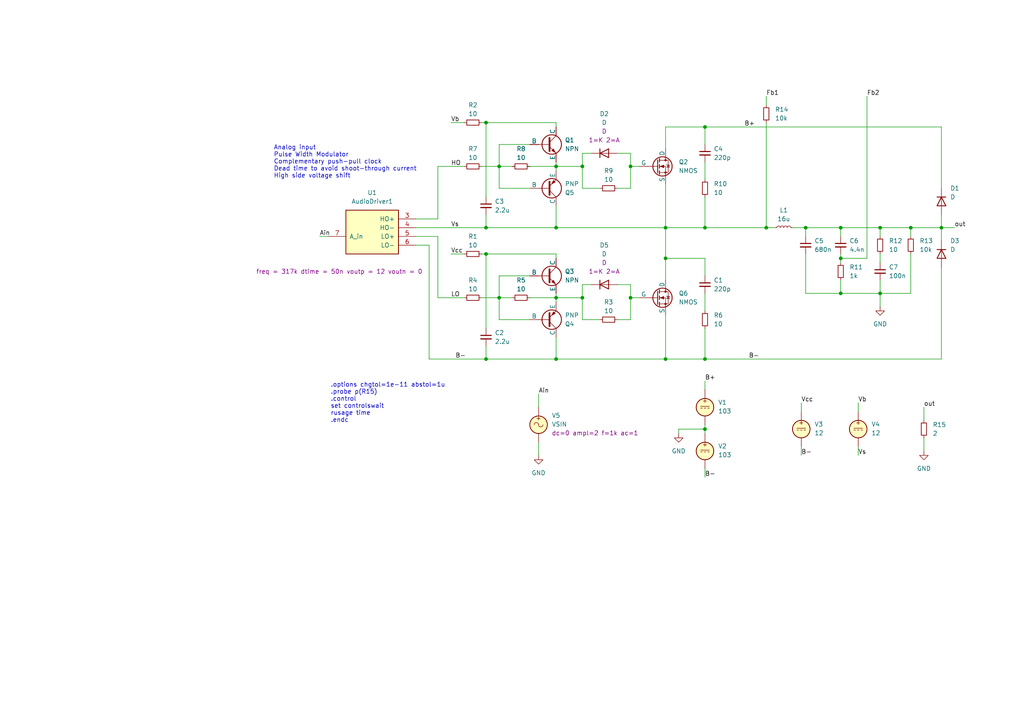
<source format=kicad_sch>
(kicad_sch (version 20231120) (generator "eeschema") (generator_version "8.0")
  (paper "A4")
  (title_block (title "2.5 kW Class-D Audio amplifier") (company "Holger Vogt") (comment 2 "REF_IRS2461S_5KW-UserManual-v01_00-EN.pdf") (comment 3 "https://www.infineon.com/dgdl/Infineon-Class_D_audio_reference_board_") (comment 4 "Circuit idea:"))
  (lib_symbols
    (symbol "AudioDriver:AudioDriver1" (pin_names (offset 1.016))
      (property "Reference" "U" (at -7.62 8.89 0))
      (property "Value" "AudioDriver1" (at -7.62 -8.89 0))
      (symbol "AudioDriver1_1_0"
        (pin output line (at 12.7 2.54 180) (length 5.08) (name "HO+") (number "3"))
        (pin output line (at 12.7 0 180) (length 5.08) (name "HO-") (number "4"))
        (pin output line (at 12.7 -2.54 180) (length 5.08) (name "LO+") (number "5"))
        (pin output line (at 12.7 -5.08 180) (length 5.08) (name "LO-") (number "6"))
        (pin input line (at -12.7 -2.54 0) (length 5.08) (name "A_in") (number "7"))
      )
      (symbol "AudioDriver1_1_1"
        (rectangle (start -7.62 5.08) (end 7.62 -7.62) (stroke (width 0.254)) (fill (type background)))
      )
    )
    (symbol "Device:C_Small" (pin_numbers hide) (pin_names (offset 0.254) hide)
      (property "Reference" "C" (at 0.254 1.778 0))
      (property "Value" "C_Small" (at 0.254 -2.032 0))
      (symbol "C_Small_0_1"
        (polyline (pts (xy -1.524 -0.508) (xy 1.524 -0.508)) (stroke (width 0.3302)))
        (polyline (pts (xy -1.524 0.508) (xy 1.524 0.508)) (stroke (width 0.3048)))
      )
      (symbol "C_Small_1_1"
        (pin passive line (at 0 2.54 270) (length 2.032) (name "~") (number "1"))
        (pin passive line (at 0 -2.54 90) (length 2.032) (name "~") (number "2"))
      )
    )
    (symbol "Device:L_Small" (pin_numbers hide) (pin_names (offset 0.254) hide)
      (property "Reference" "L" (at 0.762 1.016 0))
      (property "Value" "L_Small" (at 0.762 -1.016 0))
      (symbol "L_Small_0_1"
        (arc (start 0 -2.032) (mid 0.5058 -1.524) (end 0 -1.016))
        (arc (start 0 -1.016) (mid 0.5058 -0.508) (end 0 0))
        (arc (start 0 0) (mid 0.5058 0.508) (end 0 1.016))
        (arc (start 0 1.016) (mid 0.5058 1.524) (end 0 2.032))
      )
      (symbol "L_Small_1_1"
        (pin passive line (at 0 2.54 270) (length 0.508) (name "~") (number "1"))
        (pin passive line (at 0 -2.54 90) (length 0.508) (name "~") (number "2"))
      )
    )
    (symbol "Device:R_Small" (pin_numbers hide) (pin_names (offset 0.254) hide)
      (property "Reference" "R" (at 0.762 0.508 0))
      (property "Value" "R_Small" (at 0.762 -1.016 0))
      (symbol "R_Small_0_1"
        (rectangle (start -0.762 1.778) (end 0.762 -1.778) (stroke (width 0.2032)))
      )
      (symbol "R_Small_1_1"
        (pin passive line (at 0 2.54 270) (length 0.762) (name "~") (number "1"))
        (pin passive line (at 0 -2.54 90) (length 0.762) (name "~") (number "2"))
      )
    )
    (symbol "Simulation_SPICE:D" (pin_numbers hide) (pin_names (offset 1.016) hide)
      (property "Reference" "D" (at 0 2.54 0))
      (property "Value" "D" (at 0 -2.54 0))
      (property "Sim.Device" "D" (at 0 0 0))
      (property "Sim.Pins" "1=K 2=A" (at 0 0 0))
      (symbol "D_0_1"
        (polyline (pts (xy -1.27 1.27) (xy -1.27 -1.27)) (stroke (width 0.254)))
        (polyline (pts (xy 1.27 0) (xy -1.27 0)))
        (polyline (pts (xy 1.27 1.27) (xy 1.27 -1.27) (xy -1.27 0) (xy 1.27 1.27)) (stroke (width 0.254)))
      )
      (symbol "D_1_1"
        (pin passive line (at -3.81 0 0) (length 2.54) (name "K") (number "1"))
        (pin passive line (at 3.81 0 180) (length 2.54) (name "A") (number "2"))
      )
    )
    (symbol "Simulation_SPICE:NMOS" (pin_numbers hide) (pin_names (offset 0))
      (property "Reference" "Q" (at 5.08 1.27 0))
      (property "Value" "NMOS" (at 5.08 -1.27 0))
      (symbol "NMOS_0_1"
        (polyline (pts (xy 0.254 0) (xy -2.54 0)))
        (polyline (pts (xy 0.254 1.905) (xy 0.254 -1.905)) (stroke (width 0.254)))
        (polyline (pts (xy 0.762 -1.27) (xy 0.762 -2.286)) (stroke (width 0.254)))
        (polyline (pts (xy 0.762 0.508) (xy 0.762 -0.508)) (stroke (width 0.254)))
        (polyline (pts (xy 0.762 2.286) (xy 0.762 1.27)) (stroke (width 0.254)))
        (polyline (pts (xy 2.54 2.54) (xy 2.54 1.778)))
        (polyline (pts (xy 2.54 -2.54) (xy 2.54 0) (xy 0.762 0)))
        (polyline (pts (xy 0.762 -1.778) (xy 3.302 -1.778) (xy 3.302 1.778) (xy 0.762 1.778)))
        (polyline (pts (xy 1.016 0) (xy 2.032 0.381) (xy 2.032 -0.381) (xy 1.016 0)) (fill (type outline)))
        (polyline (pts (xy 2.794 0.508) (xy 2.921 0.381) (xy 3.683 0.381) (xy 3.81 0.254)))
        (polyline (pts (xy 3.302 0.381) (xy 2.921 -0.254) (xy 3.683 -0.254) (xy 3.302 0.381)))
        (circle (center 1.651 0) (radius 2.794) (stroke (width 0.254)))
        (circle (center 2.54 -1.778) (radius 0.254) (fill (type outline)))
        (circle (center 2.54 1.778) (radius 0.254) (fill (type outline)))
      )
      (symbol "NMOS_1_1"
        (pin passive line (at 2.54 5.08 270) (length 2.54) (name "D") (number "1"))
        (pin input line (at -5.08 0 0) (length 2.54) (name "G") (number "2"))
        (pin passive line (at 2.54 -5.08 90) (length 2.54) (name "S") (number "3"))
      )
    )
    (symbol "Simulation_SPICE:NPN" (pin_numbers hide) (pin_names (offset 0))
      (property "Reference" "Q" (at -2.54 7.62 0))
      (property "Value" "NPN" (at -2.54 5.08 0))
      (symbol "NPN_0_1"
        (polyline (pts (xy -2.54 0) (xy 0.635 0)) (stroke (width 0.1524)))
        (polyline (pts (xy 0.635 0.635) (xy 2.54 2.54)))
        (polyline (pts (xy 2.794 -1.27) (xy 2.794 -1.27)) (stroke (width 0.1524)))
        (polyline (pts (xy 2.794 -1.27) (xy 2.794 -1.27)) (stroke (width 0.1524)))
        (polyline (pts (xy 0.635 -0.635) (xy 2.54 -2.54) (xy 2.54 -2.54)))
        (polyline (pts (xy 0.635 1.905) (xy 0.635 -1.905) (xy 0.635 -1.905)) (stroke (width 0.508)))
        (polyline (pts (xy 1.27 -1.778) (xy 1.778 -1.27) (xy 2.286 -2.286) (xy 1.27 -1.778) (xy 1.27 -1.778)) (fill (type outline)))
        (circle (center 1.27 0) (radius 2.8194) (stroke (width 0.254)))
      )
      (symbol "NPN_1_1"
        (pin open_collector line (at 2.54 5.08 270) (length 2.54) (name "C") (number "1"))
        (pin input line (at -5.08 0 0) (length 2.54) (name "B") (number "2"))
        (pin open_emitter line (at 2.54 -5.08 90) (length 2.54) (name "E") (number "3"))
      )
    )
    (symbol "Simulation_SPICE:PNP" (pin_numbers hide) (pin_names (offset 0))
      (property "Reference" "Q" (at -2.54 7.62 0))
      (property "Value" "PNP" (at -2.54 5.08 0))
      (symbol "PNP_0_1"
        (polyline (pts (xy -2.54 0) (xy 0.635 0)) (stroke (width 0.1524)))
        (polyline (pts (xy 0.635 0.635) (xy 2.54 2.54)))
        (polyline (pts (xy 0.635 -0.635) (xy 2.54 -2.54) (xy 2.54 -2.54)))
        (polyline (pts (xy 0.635 1.905) (xy 0.635 -1.905) (xy 0.635 -1.905)) (stroke (width 0.508)))
        (polyline (pts (xy 2.286 -1.778) (xy 1.778 -2.286) (xy 1.27 -1.27) (xy 2.286 -1.778) (xy 2.286 -1.778)) (fill (type outline)))
        (circle (center 1.27 0) (radius 2.8194) (stroke (width 0.254)))
      )
      (symbol "PNP_1_1"
        (pin open_collector line (at 2.54 5.08 270) (length 2.54) (name "C") (number "1"))
        (pin input line (at -5.08 0 0) (length 2.54) (name "B") (number "2"))
        (pin open_emitter line (at 2.54 -5.08 90) (length 2.54) (name "E") (number "3"))
      )
    )
    (symbol "Simulation_SPICE:VDC" (pin_numbers hide) (pin_names (offset 0.0254))
      (property "Reference" "V" (at 2.54 2.54 0))
      (property "Value" "1" (at 2.54 0 0))
      (symbol "VDC_0_0"
        (polyline (pts (xy -1.27 0.254) (xy 1.27 0.254)))
        (polyline (pts (xy -0.762 -0.254) (xy -1.27 -0.254)))
        (polyline (pts (xy 0.254 -0.254) (xy -0.254 -0.254)))
        (polyline (pts (xy 1.27 -0.254) (xy 0.762 -0.254)))
        (text "+" (at 0 1.905 0) (effects (font (size 1.27 1.27))))
      )
      (symbol "VDC_0_1"
        (circle (center 0 0) (radius 2.54) (stroke (width 0.254)) (fill (type background)))
      )
      (symbol "VDC_1_1"
        (pin passive line (at 0 5.08 270) (length 2.54) (name "~") (number "1"))
        (pin passive line (at 0 -5.08 90) (length 2.54) (name "~") (number "2"))
      )
    )
    (symbol "Simulation_SPICE:VSIN" (pin_numbers hide) (pin_names (offset 0.0254))
      (property "Reference" "V" (at 2.54 2.54 0))
      (property "Value" "VSIN" (at 2.54 0 0))
      (property "Sim.Params" "dc=0 ampl=1 f=1k ac=1" (at 2.54 -2.54 0))
      (symbol "VSIN_0_0"
        (arc (start 0 0) (mid -0.635 0.6323) (end -1.27 0))
        (arc (start 0 0) (mid 0.635 -0.6323) (end 1.27 0))
        (text "+" (at 0 1.905 0) (effects (font (size 1.27 1.27))))
      )
      (symbol "VSIN_0_1"
        (circle (center 0 0) (radius 2.54) (stroke (width 0.254)) (fill (type background)))
      )
      (symbol "VSIN_1_1"
        (pin passive line (at 0 5.08 270) (length 2.54) (name "~") (number "1"))
        (pin passive line (at 0 -5.08 90) (length 2.54) (name "~") (number "2"))
      )
    )
    (symbol "power:GND" (power) (pin_names (offset 0))
      (property "Value" "GND" (at 0 -3.81 0))
      (symbol "GND_0_1"
        (polyline (pts (xy 0 0) (xy 0 -1.27) (xy 1.27 -1.27) (xy 0 -2.54) (xy -1.27 -1.27) (xy 0 -1.27)))
      )
      (symbol "GND_1_1"
        (pin power_in line (at 0 0 270) (length 0) hide (name "GND") (number "1"))
      )
    )
  )
  (junction (at 182.88 86.36))
  (junction (at 140.97 66.04))
  (junction (at 168.91 86.36))
  (junction (at 161.29 86.36))
  (junction (at 193.04 66.04))
  (junction (at 193.04 74.93))
  (junction (at 144.78 48.26))
  (junction (at 204.47 66.04))
  (junction (at 193.04 104.14))
  (junction (at 243.84 85.09))
  (junction (at 144.78 86.36))
  (junction (at 161.29 104.14))
  (junction (at 182.88 48.26))
  (junction (at 243.84 66.04))
  (junction (at 204.47 124.46))
  (junction (at 161.29 48.26))
  (junction (at 204.47 104.14))
  (junction (at 255.27 66.04))
  (junction (at 273.05 66.04))
  (junction (at 168.91 48.26))
  (junction (at 255.27 85.09))
  (junction (at 140.97 104.14))
  (junction (at 140.97 73.66))
  (junction (at 264.16 66.04))
  (junction (at 233.68 66.04))
  (junction (at 222.25 66.04))
  (junction (at 204.47 36.83))
  (junction (at 140.97 35.56))
  (junction (at 243.84 74.93))
  (junction (at 161.29 66.04))
  (wire (pts (xy 144.78 41.91) (xy 144.78 48.26)))
  (wire (pts (xy 204.47 66.04) (xy 222.25 66.04)))
  (wire (pts (xy 193.04 66.04) (xy 161.29 66.04)))
  (wire (pts (xy 120.65 66.04) (xy 140.97 66.04)))
  (wire (pts (xy 179.07 92.71) (xy 182.88 92.71)))
  (wire (pts (xy 222.25 27.94) (xy 222.25 30.48)))
  (wire (pts (xy 196.85 125.73) (xy 196.85 124.46)))
  (wire (pts (xy 161.29 35.56) (xy 161.29 36.83)))
  (wire (pts (xy 233.68 66.04) (xy 233.68 68.58)))
  (wire (pts (xy 273.05 66.04) (xy 273.05 69.85)))
  (wire (pts (xy 264.16 85.09) (xy 255.27 85.09)))
  (wire (pts (xy 204.47 110.49) (xy 204.47 113.03)))
  (wire (pts (xy 144.78 86.36) (xy 144.78 92.71)))
  (wire (pts (xy 140.97 62.23) (xy 140.97 66.04)))
  (wire (pts (xy 182.88 86.36) (xy 185.42 86.36)))
  (wire (pts (xy 193.04 104.14) (xy 204.47 104.14)))
  (wire (pts (xy 193.04 53.34) (xy 193.04 66.04)))
  (wire (pts (xy 161.29 73.66) (xy 161.29 74.93)))
  (wire (pts (xy 182.88 44.45) (xy 179.07 44.45)))
  (wire (pts (xy 204.47 66.04) (xy 193.04 66.04)))
  (wire (pts (xy 193.04 43.18) (xy 193.04 36.83)))
  (wire (pts (xy 204.47 46.99) (xy 204.47 52.07)))
  (wire (pts (xy 127 86.36) (xy 134.62 86.36)))
  (wire (pts (xy 243.84 66.04) (xy 243.84 68.58)))
  (wire (pts (xy 222.25 35.56) (xy 222.25 66.04)))
  (wire (pts (xy 168.91 86.36) (xy 168.91 82.55)))
  (wire (pts (xy 232.41 116.84) (xy 232.41 119.38)))
  (wire (pts (xy 255.27 73.66) (xy 255.27 76.2)))
  (wire (pts (xy 204.47 36.83) (xy 204.47 41.91)))
  (wire (pts (xy 204.47 85.09) (xy 204.47 90.17)))
  (wire (pts (xy 193.04 36.83) (xy 204.47 36.83)))
  (wire (pts (xy 182.88 48.26) (xy 182.88 44.45)))
  (wire (pts (xy 144.78 48.26) (xy 144.78 54.61)))
  (wire (pts (xy 168.91 54.61) (xy 173.99 54.61)))
  (wire (pts (xy 264.16 66.04) (xy 264.16 68.58)))
  (wire (pts (xy 168.91 48.26) (xy 168.91 54.61)))
  (wire (pts (xy 161.29 48.26) (xy 168.91 48.26)))
  (wire (pts (xy 139.7 48.26) (xy 144.78 48.26)))
  (wire (pts (xy 182.88 92.71) (xy 182.88 86.36)))
  (wire (pts (xy 204.47 104.14) (xy 273.05 104.14)))
  (wire (pts (xy 161.29 86.36) (xy 168.91 86.36)))
  (wire (pts (xy 267.97 127) (xy 267.97 130.81)))
  (wire (pts (xy 193.04 74.93) (xy 204.47 74.93)))
  (wire (pts (xy 243.84 73.66) (xy 243.84 74.93)))
  (wire (pts (xy 140.97 35.56) (xy 140.97 57.15)))
  (wire (pts (xy 168.91 48.26) (xy 168.91 44.45)))
  (wire (pts (xy 144.78 48.26) (xy 148.59 48.26)))
  (wire (pts (xy 204.47 95.25) (xy 204.47 104.14)))
  (wire (pts (xy 248.92 116.84) (xy 248.92 119.38)))
  (wire (pts (xy 144.78 80.01) (xy 144.78 86.36)))
  (wire (pts (xy 140.97 100.33) (xy 140.97 104.14)))
  (wire (pts (xy 255.27 81.28) (xy 255.27 85.09)))
  (wire (pts (xy 140.97 104.14) (xy 161.29 104.14)))
  (wire (pts (xy 182.88 86.36) (xy 182.88 82.55)))
  (wire (pts (xy 168.91 86.36) (xy 168.91 92.71)))
  (wire (pts (xy 255.27 85.09) (xy 243.84 85.09)))
  (wire (pts (xy 233.68 66.04) (xy 243.84 66.04)))
  (wire (pts (xy 161.29 86.36) (xy 161.29 87.63)))
  (wire (pts (xy 144.78 86.36) (xy 148.59 86.36)))
  (wire (pts (xy 161.29 59.69) (xy 161.29 66.04)))
  (wire (pts (xy 204.47 57.15) (xy 204.47 66.04)))
  (wire (pts (xy 264.16 66.04) (xy 273.05 66.04)))
  (wire (pts (xy 161.29 46.99) (xy 161.29 48.26)))
  (wire (pts (xy 130.81 73.66) (xy 134.62 73.66)))
  (wire (pts (xy 204.47 123.19) (xy 204.47 124.46)))
  (wire (pts (xy 168.91 82.55) (xy 171.45 82.55)))
  (wire (pts (xy 124.46 71.12) (xy 124.46 104.14)))
  (wire (pts (xy 193.04 81.28) (xy 193.04 74.93)))
  (wire (pts (xy 153.67 48.26) (xy 161.29 48.26)))
  (wire (pts (xy 120.65 68.58) (xy 127 68.58)))
  (wire (pts (xy 168.91 92.71) (xy 173.99 92.71)))
  (wire (pts (xy 193.04 91.44) (xy 193.04 104.14)))
  (wire (pts (xy 161.29 48.26) (xy 161.29 49.53)))
  (wire (pts (xy 127 63.5) (xy 127 48.26)))
  (wire (pts (xy 243.84 85.09) (xy 243.84 81.28)))
  (wire (pts (xy 273.05 77.47) (xy 273.05 104.14)))
  (wire (pts (xy 140.97 66.04) (xy 161.29 66.04)))
  (wire (pts (xy 193.04 66.04) (xy 193.04 74.93)))
  (wire (pts (xy 153.67 80.01) (xy 144.78 80.01)))
  (wire (pts (xy 232.41 129.54) (xy 232.41 132.08)))
  (wire (pts (xy 233.68 73.66) (xy 233.68 85.09)))
  (wire (pts (xy 255.27 85.09) (xy 255.27 88.9)))
  (wire (pts (xy 229.87 66.04) (xy 233.68 66.04)))
  (wire (pts (xy 255.27 66.04) (xy 255.27 68.58)))
  (wire (pts (xy 130.81 35.56) (xy 134.62 35.56)))
  (wire (pts (xy 196.85 124.46) (xy 204.47 124.46)))
  (wire (pts (xy 153.67 86.36) (xy 161.29 86.36)))
  (wire (pts (xy 153.67 41.91) (xy 144.78 41.91)))
  (wire (pts (xy 139.7 86.36) (xy 144.78 86.36)))
  (wire (pts (xy 193.04 104.14) (xy 161.29 104.14)))
  (wire (pts (xy 161.29 97.79) (xy 161.29 104.14)))
  (wire (pts (xy 120.65 63.5) (xy 127 63.5)))
  (wire (pts (xy 182.88 48.26) (xy 185.42 48.26)))
  (wire (pts (xy 204.47 135.89) (xy 204.47 138.43)))
  (wire (pts (xy 233.68 85.09) (xy 243.84 85.09)))
  (wire (pts (xy 243.84 66.04) (xy 255.27 66.04)))
  (wire (pts (xy 243.84 74.93) (xy 243.84 76.2)))
  (wire (pts (xy 161.29 85.09) (xy 161.29 86.36)))
  (wire (pts (xy 273.05 36.83) (xy 273.05 54.61)))
  (wire (pts (xy 243.84 74.93) (xy 251.46 74.93)))
  (wire (pts (xy 168.91 44.45) (xy 171.45 44.45)))
  (wire (pts (xy 204.47 74.93) (xy 204.47 80.01)))
  (wire (pts (xy 140.97 35.56) (xy 161.29 35.56)))
  (wire (pts (xy 139.7 73.66) (xy 140.97 73.66)))
  (wire (pts (xy 124.46 104.14) (xy 140.97 104.14)))
  (wire (pts (xy 127 48.26) (xy 134.62 48.26)))
  (wire (pts (xy 144.78 54.61) (xy 153.67 54.61)))
  (wire (pts (xy 273.05 62.23) (xy 273.05 66.04)))
  (wire (pts (xy 204.47 124.46) (xy 204.47 125.73)))
  (wire (pts (xy 140.97 73.66) (xy 161.29 73.66)))
  (wire (pts (xy 144.78 92.71) (xy 153.67 92.71)))
  (wire (pts (xy 267.97 118.11) (xy 267.97 121.92)))
  (wire (pts (xy 139.7 35.56) (xy 140.97 35.56)))
  (wire (pts (xy 182.88 54.61) (xy 182.88 48.26)))
  (wire (pts (xy 251.46 27.94) (xy 251.46 74.93)))
  (wire (pts (xy 92.71 68.58) (xy 95.25 68.58)))
  (wire (pts (xy 156.21 114.3) (xy 156.21 118.11)))
  (wire (pts (xy 248.92 129.54) (xy 248.92 132.08)))
  (wire (pts (xy 179.07 54.61) (xy 182.88 54.61)))
  (wire (pts (xy 255.27 66.04) (xy 264.16 66.04)))
  (wire (pts (xy 273.05 66.04) (xy 276.86 66.04)))
  (wire (pts (xy 127 68.58) (xy 127 86.36)))
  (wire (pts (xy 140.97 73.66) (xy 140.97 95.25)))
  (wire (pts (xy 264.16 73.66) (xy 264.16 85.09)))
  (wire (pts (xy 222.25 66.04) (xy 224.79 66.04)))
  (wire (pts (xy 204.47 36.83) (xy 273.05 36.83)))
  (wire (pts (xy 156.21 128.27) (xy 156.21 132.08)))
  (wire (pts (xy 120.65 71.12) (xy 124.46 71.12)))
  (wire (pts (xy 182.88 82.55) (xy 179.07 82.55)))
  (text ".options chgtol=1e-11 abstol=1u \n.probe p(R15)\n.control\nset controlswait\nrusage time\n.endc\n" (at 95.885 116.84 0) (effects (font (size 1.27 1.27)) (justify left)))
  (text "Analog input\nPulse Width Modulator\nComplementary push-pull clock\nDead time to avoid shoot-through current\nHigh side voltage shift" (at 79.375 46.99 0) (effects (font (size 1.27 1.27)) (justify left)))
  (label "B-" (at 204.47 138.43 0))
  (label "B+" (at 215.9 36.83 0))
  (label "Vs" (at 248.92 132.08 0))
  (label "out" (at 276.86 66.04 0))
  (label "B+" (at 204.47 110.49 0))
  (label "Ain" (at 156.21 114.3 0))
  (label "Vcc" (at 130.81 73.66 0))
  (label "Vb" (at 248.92 116.84 0))
  (label "Fb1" (at 222.25 27.94 0))
  (label "Vcc" (at 232.41 116.84 0))
  (label "HO" (at 130.81 48.26 0))
  (label "B-" (at 217.17 104.14 0))
  (label "LO" (at 130.81 86.36 0))
  (label "out" (at 267.97 118.11 0))
  (label "Vb" (at 130.81 35.56 0))
  (label "B-" (at 132.08 104.14 0))
  (label "Ain" (at 92.71 68.58 0))
  (label "B-" (at 232.41 132.08 0))
  (label "Fb2" (at 251.46 27.94 0))
  (label "Vs" (at 130.81 66.04 0))
  (symbol (lib_id "Device:R_Small") (at 267.97 124.46 180) (unit 1)
    (property "Reference" "R15" (at 270.51 123.1899 0) (effects (justify right)))
    (property "Value" "2" (at 270.51 125.7299 0) (effects (justify right)))
    (property "Description" "Resistor, small symbol" (effects (hide yes)))
  )
  (symbol (lib_id "Device:C_Small") (at 204.47 44.45 0) (unit 1)
    (property "Reference" "C4" (at 207.01 43.1862 0) (effects (justify left)))
    (property "Value" "220p" (at 207.01 45.7262 0) (effects (justify left)))
    (property "Description" "Unpolarized capacitor, small symbol" (effects (hide yes)))
  )
  (symbol (lib_id "Simulation_SPICE:VDC") (at 232.41 124.46 0) (unit 1)
    (property "Reference" "V3" (at 236.22 123.0601 0) (effects (justify left)))
    (property "Value" "12" (at 236.22 125.6001 0) (effects (justify left)))
    (property "Description" "Voltage source, DC" (effects (hide yes)))
    (property "Sim.Pins" "1=+ 2=-" (effects (hide yes)))
    (property "Sim.Type" "DC" (effects (hide yes)))
    (property "Sim.Device" "V" (effects (hide yes)))
  )
  (symbol (lib_id "Device:R_Small") (at 222.25 33.02 180) (unit 1)
    (property "Reference" "R14" (at 224.79 31.7499 0) (effects (justify right)))
    (property "Value" "10k" (at 224.79 34.2899 0) (effects (justify right)))
    (property "Description" "Resistor, small symbol" (effects (hide yes)))
  )
  (symbol (lib_id "Device:C_Small") (at 140.97 97.79 0) (unit 1)
    (property "Reference" "C2" (at 143.51 96.5262 0) (effects (justify left)))
    (property "Value" "2.2u" (at 143.51 99.0662 0) (effects (justify left)))
    (property "Description" "Unpolarized capacitor, small symbol" (effects (hide yes)))
  )
  (symbol (lib_id "Simulation_SPICE:PNP") (at 158.75 54.61 0) (mirror x) (unit 1)
    (property "Reference" "Q5" (at 163.83 55.8801 0) (effects (justify left)))
    (property "Value" "PNP" (at 163.83 53.3401 0) (effects (justify left)))
    (property "Description" "Bipolar transistor symbol for simulation only, substrate tied to the emitter" (effects (hide yes)))
    (property "Sim.Device" "PNP" (effects (hide yes)))
    (property "Sim.Type" "GUMMELPOON" (effects (hide yes)))
    (property "Sim.Pins" "1=C 2=B 3=E" (effects (hide yes)))
  )
  (symbol (lib_id "Simulation_SPICE:VDC") (at 204.47 130.81 0) (unit 1)
    (property "Reference" "V2" (at 208.28 129.4101 0) (effects (justify left)))
    (property "Value" "103" (at 208.28 131.9501 0) (effects (justify left)))
    (property "Description" "Voltage source, DC" (effects (hide yes)))
    (property "Sim.Pins" "1=+ 2=-" (effects (hide yes)))
    (property "Sim.Type" "DC" (effects (hide yes)))
    (property "Sim.Device" "V" (effects (hide yes)))
  )
  (symbol (lib_id "Device:C_Small") (at 255.27 78.74 0) (unit 1)
    (property "Reference" "C7" (at 257.81 77.4762 0) (effects (justify left)))
    (property "Value" "100n" (at 257.81 80.0162 0) (effects (justify left)))
    (property "Description" "Unpolarized capacitor, small symbol" (effects (hide yes)))
  )
  (symbol (lib_id "Device:C_Small") (at 140.97 59.69 0) (unit 1)
    (property "Reference" "C3" (at 143.51 58.4262 0) (effects (justify left)))
    (property "Value" "2.2u" (at 143.51 60.9662 0) (effects (justify left)))
    (property "Description" "Unpolarized capacitor, small symbol" (effects (hide yes)))
  )
  (symbol (lib_id "Device:R_Small") (at 204.47 92.71 180) (unit 1)
    (property "Reference" "R6" (at 207.01 91.4399 0) (effects (justify right)))
    (property "Value" "10" (at 207.01 93.9799 0) (effects (justify right)))
    (property "Description" "Resistor, small symbol" (effects (hide yes)))
  )
  (symbol (lib_id "Simulation_SPICE:PNP") (at 158.75 92.71 0) (mirror x) (unit 1)
    (property "Reference" "Q4" (at 163.83 93.9801 0) (effects (justify left)))
    (property "Value" "PNP" (at 163.83 91.4401 0) (effects (justify left)))
    (property "Description" "Bipolar transistor symbol for simulation only, substrate tied to the emitter" (effects (hide yes)))
    (property "Sim.Device" "PNP" (effects (hide yes)))
    (property "Sim.Type" "GUMMELPOON" (effects (hide yes)))
    (property "Sim.Pins" "1=C 2=B 3=E" (effects (hide yes)))
  )
  (symbol (lib_id "Simulation_SPICE:VDC") (at 204.47 118.11 0) (unit 1)
    (property "Reference" "V1" (at 208.28 116.7101 0) (effects (justify left)))
    (property "Value" "103" (at 208.28 119.2501 0) (effects (justify left)))
    (property "Description" "Voltage source, DC" (effects (hide yes)))
    (property "Sim.Pins" "1=+ 2=-" (effects (hide yes)))
    (property "Sim.Type" "DC" (effects (hide yes)))
    (property "Sim.Device" "V" (effects (hide yes)))
  )
  (symbol (lib_id "Device:R_Small") (at 264.16 71.12 180) (unit 1)
    (property "Reference" "R13" (at 266.7 69.8499 0) (effects (justify right)))
    (property "Value" "10k" (at 266.7 72.3899 0) (effects (justify right)))
    (property "Description" "Resistor, small symbol" (effects (hide yes)))
  )
  (symbol (lib_id "Simulation_SPICE:D") (at 175.26 44.45 0) (unit 1)
    (property "Reference" "D2" (at 175.26 33.02 0))
    (property "Value" "D" (at 175.26 35.56 0))
    (property "Description" "Diode for simulation or PCB" (effects (hide yes)))
    (property "Sim.Device" "D" (at 175.26 38.1 0))
    (property "Sim.Pins" "1=K 2=A" (at 175.26 40.64 0))
  )
  (symbol (lib_id "Device:R_Small") (at 137.16 48.26 270) (unit 1)
    (property "Reference" "R7" (at 137.16 43.18 90))
    (property "Value" "10" (at 137.16 45.72 90))
    (property "Description" "Resistor, small symbol" (effects (hide yes)))
  )
  (symbol (lib_id "Simulation_SPICE:VSIN") (at 156.21 123.19 0) (unit 1)
    (property "Reference" "V5" (at 160.02 120.5201 0) (effects (justify left)))
    (property "Value" "VSIN" (at 160.02 123.0601 0) (effects (justify left)))
    (property "Description" "Voltage source, sinusoidal" (effects (hide yes)))
    (property "Sim.Pins" "1=+ 2=-" (effects (hide yes)))
    (property "Sim.Params" "dc=0 ampl=2 f=1k ac=1" (at 160.02 125.6001 0) (effects (justify left)))
    (property "Sim.Type" "SIN" (effects (hide yes)))
    (property "Sim.Device" "V" (effects (hide yes)))
  )
  (symbol (lib_id "power:GND") (at 156.21 132.08 0) (unit 1)
    (property "Reference" "#PWR03" (effects (hide yes)))
    (property "Value" "GND" (at 156.21 137.16 0))
    (property "Description" "Power symbol creates a global label with name \"GND\" , ground" (effects (hide yes)))
  )
  (symbol (lib_id "Device:R_Small") (at 151.13 48.26 270) (unit 1)
    (property "Reference" "R8" (at 151.13 43.18 90))
    (property "Value" "10" (at 151.13 45.72 90))
    (property "Description" "Resistor, small symbol" (effects (hide yes)))
  )
  (symbol (lib_id "Device:R_Small") (at 137.16 73.66 270) (unit 1)
    (property "Reference" "R1" (at 137.16 68.58 90))
    (property "Value" "10" (at 137.16 71.12 90))
    (property "Description" "Resistor, small symbol" (effects (hide yes)))
  )
  (symbol (lib_id "Simulation_SPICE:D") (at 175.26 82.55 0) (unit 1)
    (property "Reference" "D5" (at 175.26 71.12 0))
    (property "Value" "D" (at 175.26 73.66 0))
    (property "Description" "Diode for simulation or PCB" (effects (hide yes)))
    (property "Sim.Device" "D" (at 175.26 76.2 0))
    (property "Sim.Pins" "1=K 2=A" (at 175.26 78.74 0))
  )
  (symbol (lib_id "Simulation_SPICE:NMOS") (at 190.5 48.26 0) (unit 1)
    (property "Reference" "Q2" (at 196.85 46.9899 0) (effects (justify left)))
    (property "Value" "NMOS" (at 196.85 49.5299 0) (effects (justify left)))
    (property "Datasheet" "https://ngspice.sourceforge.io/docs/ngspice-manual.pdf" (effects (hide yes)))
    (property "Description" "N-MOSFET transistor, drain/source/gate" (effects (hide yes)))
    (property "Sim.Device" "NMOS" (effects (hide yes)))
    (property "Sim.Type" "VDMOS" (effects (hide yes)))
    (property "Sim.Pins" "1=D 2=G 3=S" (effects (hide yes)))
  )
  (symbol (lib_id "Device:R_Small") (at 176.53 92.71 270) (unit 1)
    (property "Reference" "R3" (at 176.53 87.63 90))
    (property "Value" "10" (at 176.53 90.17 90))
    (property "Description" "Resistor, small symbol" (effects (hide yes)))
  )
  (symbol (lib_id "Device:R_Small") (at 204.47 54.61 180) (unit 1)
    (property "Reference" "R10" (at 207.01 53.3399 0) (effects (justify right)))
    (property "Value" "10" (at 207.01 55.8799 0) (effects (justify right)))
    (property "Description" "Resistor, small symbol" (effects (hide yes)))
  )
  (symbol (lib_id "Device:R_Small") (at 243.84 78.74 180) (unit 1)
    (property "Reference" "R11" (at 246.38 77.4699 0) (effects (justify right)))
    (property "Value" "1k" (at 246.38 80.0099 0) (effects (justify right)))
    (property "Description" "Resistor, small symbol" (effects (hide yes)))
  )
  (symbol (lib_id "Device:C_Small") (at 233.68 71.12 0) (unit 1)
    (property "Reference" "C5" (at 236.22 69.8562 0) (effects (justify left)))
    (property "Value" "680n" (at 236.22 72.3962 0) (effects (justify left)))
    (property "Description" "Unpolarized capacitor, small symbol" (effects (hide yes)))
  )
  (symbol (lib_id "Device:R_Small") (at 151.13 86.36 270) (unit 1)
    (property "Reference" "R5" (at 151.13 81.28 90))
    (property "Value" "10" (at 151.13 83.82 90))
    (property "Description" "Resistor, small symbol" (effects (hide yes)))
  )
  (symbol (lib_id "AudioDriver:AudioDriver1") (at 107.95 66.04 0) (unit 1)
    (property "Reference" "U1" (at 107.95 55.88 0))
    (property "Value" "AudioDriver1" (at 107.95 58.42 0))
    (property "Description" "Class D audio driver" (effects (hide yes)))
    (property "Sim.Library" "DAudioDriver.lib" (effects (hide yes)))
    (property "Sim.Name" "DAudioDriver" (effects (hide yes)))
    (property "Sim.Device" "SUBCKT" (effects (hide yes)))
    (property "Sim.Pins" "3=hi+ 4=hi- 5=lo+ 6=lo- 7=ain" (effects (hide yes)))
    (property "Sim.Params" "freq = 317k dtime = 50n voutp = 12 voutn = 0" (at 98.425 78.74 0))
  )
  (symbol (lib_id "Device:C_Small") (at 243.84 71.12 0) (unit 1)
    (property "Reference" "C6" (at 246.38 69.8562 0) (effects (justify left)))
    (property "Value" "4.4n" (at 246.38 72.3962 0) (effects (justify left)))
    (property "Description" "Unpolarized capacitor, small symbol" (effects (hide yes)))
  )
  (symbol (lib_id "Simulation_SPICE:NPN") (at 158.75 41.91 0) (unit 1)
    (property "Reference" "Q1" (at 163.83 40.6399 0) (effects (justify left)))
    (property "Value" "NPN" (at 163.83 43.1799 0) (effects (justify left)))
    (property "Description" "Bipolar transistor symbol for simulation only, substrate tied to the emitter" (effects (hide yes)))
    (property "Sim.Device" "NPN" (effects (hide yes)))
    (property "Sim.Type" "GUMMELPOON" (effects (hide yes)))
    (property "Sim.Pins" "1=C 2=B 3=E" (effects (hide yes)))
  )
  (symbol (lib_id "Simulation_SPICE:VDC") (at 248.92 124.46 0) (unit 1)
    (property "Reference" "V4" (at 252.73 123.0601 0) (effects (justify left)))
    (property "Value" "12" (at 252.73 125.6001 0) (effects (justify left)))
    (property "Description" "Voltage source, DC" (effects (hide yes)))
    (property "Sim.Pins" "1=+ 2=-" (effects (hide yes)))
    (property "Sim.Type" "DC" (effects (hide yes)))
    (property "Sim.Device" "V" (effects (hide yes)))
  )
  (symbol (lib_id "Simulation_SPICE:D") (at 273.05 73.66 270) (unit 1)
    (property "Reference" "D3" (at 275.59 69.8499 90) (effects (justify left)))
    (property "Value" "D" (at 275.59 72.3899 90) (effects (justify left)))
    (property "Description" "Diode for simulation or PCB" (effects (hide yes)))
    (property "Sim.Device" "D" (effects (hide yes)))
    (property "Sim.Pins" "1=K 2=A" (effects (hide yes)))
  )
  (symbol (lib_id "Device:R_Small") (at 255.27 71.12 180) (unit 1)
    (property "Reference" "R12" (at 257.81 69.8499 0) (effects (justify right)))
    (property "Value" "10" (at 257.81 72.3899 0) (effects (justify right)))
    (property "Description" "Resistor, small symbol" (effects (hide yes)))
  )
  (symbol (lib_id "power:GND") (at 267.97 130.81 0) (unit 1)
    (property "Reference" "#PWR04" (effects (hide yes)))
    (property "Value" "GND" (at 267.97 135.89 0))
    (property "Description" "Power symbol creates a global label with name \"GND\" , ground" (effects (hide yes)))
  )
  (symbol (lib_id "Device:R_Small") (at 176.53 54.61 270) (unit 1)
    (property "Reference" "R9" (at 176.53 49.53 90))
    (property "Value" "10" (at 176.53 52.07 90))
    (property "Description" "Resistor, small symbol" (effects (hide yes)))
  )
  (symbol (lib_id "power:GND") (at 196.85 125.73 0) (unit 1)
    (property "Reference" "#PWR02" (effects (hide yes)))
    (property "Value" "GND" (at 196.85 130.81 0))
    (property "Description" "Power symbol creates a global label with name \"GND\" , ground" (effects (hide yes)))
  )
  (symbol (lib_id "Device:L_Small") (at 227.33 66.04 90) (unit 1)
    (property "Reference" "L1" (at 227.33 60.96 90))
    (property "Value" "16u" (at 227.33 63.5 90))
    (property "Description" "Inductor, small symbol" (effects (hide yes)))
    (property "Sim.Device" "L" (effects (hide yes)))
    (property "Sim.Pins" "1=+ 2=-" (effects (hide yes)))
  )
  (symbol (lib_id "Device:R_Small") (at 137.16 35.56 270) (unit 1)
    (property "Reference" "R2" (at 137.16 30.48 90))
    (property "Value" "10" (at 137.16 33.02 90))
    (property "Description" "Resistor, small symbol" (effects (hide yes)))
  )
  (symbol (lib_id "Simulation_SPICE:D") (at 273.05 58.42 270) (unit 1)
    (property "Reference" "D1" (at 275.59 54.6099 90) (effects (justify left)))
    (property "Value" "D" (at 275.59 57.1499 90) (effects (justify left)))
    (property "Description" "Diode for simulation or PCB" (effects (hide yes)))
    (property "Sim.Device" "D" (effects (hide yes)))
    (property "Sim.Pins" "1=K 2=A" (effects (hide yes)))
  )
  (symbol (lib_id "Simulation_SPICE:NPN") (at 158.75 80.01 0) (unit 1)
    (property "Reference" "Q3" (at 163.83 78.7399 0) (effects (justify left)))
    (property "Value" "NPN" (at 163.83 81.2799 0) (effects (justify left)))
    (property "Description" "Bipolar transistor symbol for simulation only, substrate tied to the emitter" (effects (hide yes)))
    (property "Sim.Device" "NPN" (effects (hide yes)))
    (property "Sim.Type" "GUMMELPOON" (effects (hide yes)))
    (property "Sim.Pins" "1=C 2=B 3=E" (effects (hide yes)))
  )
  (symbol (lib_id "power:GND") (at 255.27 88.9 0) (unit 1)
    (property "Reference" "#PWR01" (effects (hide yes)))
    (property "Value" "GND" (at 255.27 93.98 0))
    (property "Description" "Power symbol creates a global label with name \"GND\" , ground" (effects (hide yes)))
  )
  (symbol (lib_id "Device:C_Small") (at 204.47 82.55 0) (unit 1)
    (property "Reference" "C1" (at 207.01 81.2862 0) (effects (justify left)))
    (property "Value" "220p" (at 207.01 83.8262 0) (effects (justify left)))
    (property "Description" "Unpolarized capacitor, small symbol" (effects (hide yes)))
  )
  (symbol (lib_id "Simulation_SPICE:NMOS") (at 190.5 86.36 0) (unit 1)
    (property "Reference" "Q6" (at 196.85 85.0899 0) (effects (justify left)))
    (property "Value" "NMOS" (at 196.85 87.6299 0) (effects (justify left)))
    (property "Datasheet" "https://ngspice.sourceforge.io/docs/ngspice-manual.pdf" (effects (hide yes)))
    (property "Description" "N-MOSFET transistor, drain/source/gate" (effects (hide yes)))
    (property "Sim.Device" "NMOS" (effects (hide yes)))
    (property "Sim.Type" "VDMOS" (effects (hide yes)))
    (property "Sim.Pins" "1=D 2=G 3=S" (effects (hide yes)))
  )
  (symbol (lib_id "Device:R_Small") (at 137.16 86.36 270) (unit 1)
    (property "Reference" "R4" (at 137.16 81.28 90))
    (property "Value" "10" (at 137.16 83.82 90))
    (property "Description" "Resistor, small symbol" (effects (hide yes)))
  )
)
</source>
